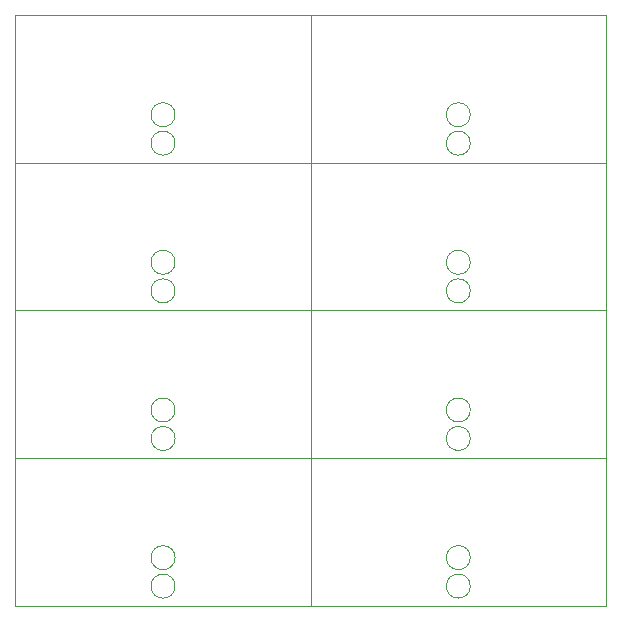
<source format=gbr>
%TF.GenerationSoftware,KiCad,Pcbnew,(5.1.10)-1*%
%TF.CreationDate,2022-01-17T18:26:11+07:00*%
%TF.ProjectId,ADuM_I2C_v3_pnlz2x4,4144754d-5f49-4324-935f-76335f706e6c,rev?*%
%TF.SameCoordinates,Original*%
%TF.FileFunction,Profile,NP*%
%FSLAX46Y46*%
G04 Gerber Fmt 4.6, Leading zero omitted, Abs format (unit mm)*
G04 Created by KiCad (PCBNEW (5.1.10)-1) date 2022-01-17 18:26:11*
%MOMM*%
%LPD*%
G01*
G04 APERTURE LIST*
%TA.AperFunction,Profile*%
%ADD10C,0.100000*%
%TD*%
G04 APERTURE END LIST*
D10*
X156016000Y-125436000D02*
G75*
G03*
X156016000Y-125436000I-1016000J0D01*
G01*
X131016000Y-125436000D02*
G75*
G03*
X131016000Y-125436000I-1016000J0D01*
G01*
X156016000Y-112936000D02*
G75*
G03*
X156016000Y-112936000I-1016000J0D01*
G01*
X131016000Y-112936000D02*
G75*
G03*
X131016000Y-112936000I-1016000J0D01*
G01*
X156016000Y-100436000D02*
G75*
G03*
X156016000Y-100436000I-1016000J0D01*
G01*
X131016000Y-100436000D02*
G75*
G03*
X131016000Y-100436000I-1016000J0D01*
G01*
X156016000Y-87936000D02*
G75*
G03*
X156016000Y-87936000I-1016000J0D01*
G01*
X156016000Y-127849000D02*
G75*
G03*
X156016000Y-127849000I-1016000J0D01*
G01*
X131016000Y-127849000D02*
G75*
G03*
X131016000Y-127849000I-1016000J0D01*
G01*
X156016000Y-115349000D02*
G75*
G03*
X156016000Y-115349000I-1016000J0D01*
G01*
X131016000Y-115349000D02*
G75*
G03*
X131016000Y-115349000I-1016000J0D01*
G01*
X156016000Y-102849000D02*
G75*
G03*
X156016000Y-102849000I-1016000J0D01*
G01*
X131016000Y-102849000D02*
G75*
G03*
X131016000Y-102849000I-1016000J0D01*
G01*
X156016000Y-90349000D02*
G75*
G03*
X156016000Y-90349000I-1016000J0D01*
G01*
X117500000Y-92000000D02*
X167500000Y-92000000D01*
X117500000Y-104500000D02*
X167500000Y-104500000D01*
X117500000Y-117000000D02*
X167500000Y-117000000D01*
X142500000Y-79500000D02*
X142500000Y-129500000D01*
X117500000Y-129500000D02*
X117500000Y-79500000D01*
X167500000Y-129500000D02*
X117500000Y-129500000D01*
X167500000Y-79500000D02*
X167500000Y-129500000D01*
X117500000Y-79500000D02*
X167500000Y-79500000D01*
X131016000Y-87936000D02*
G75*
G03*
X131016000Y-87936000I-1016000J0D01*
G01*
X131016000Y-90349000D02*
G75*
G03*
X131016000Y-90349000I-1016000J0D01*
G01*
M02*

</source>
